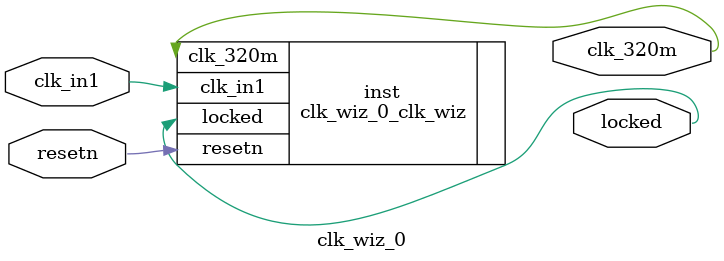
<source format=v>


`timescale 1ps/1ps

(* CORE_GENERATION_INFO = "clk_wiz_0,clk_wiz_v6_0_4_0_0,{component_name=clk_wiz_0,use_phase_alignment=true,use_min_o_jitter=false,use_max_i_jitter=false,use_dyn_phase_shift=false,use_inclk_switchover=false,use_dyn_reconfig=false,enable_axi=0,feedback_source=FDBK_AUTO,PRIMITIVE=PLL,num_out_clk=1,clkin1_period=20.000,clkin2_period=10.0,use_power_down=false,use_reset=true,use_locked=true,use_inclk_stopped=false,feedback_type=SINGLE,CLOCK_MGR_TYPE=NA,manual_override=false}" *)

module clk_wiz_0 
 (
  // Clock out ports
  output        clk_320m,
  // Status and control signals
  input         resetn,
  output        locked,
 // Clock in ports
  input         clk_in1
 );

  clk_wiz_0_clk_wiz inst
  (
  // Clock out ports  
  .clk_320m(clk_320m),
  // Status and control signals               
  .resetn(resetn), 
  .locked(locked),
 // Clock in ports
  .clk_in1(clk_in1)
  );

endmodule

</source>
